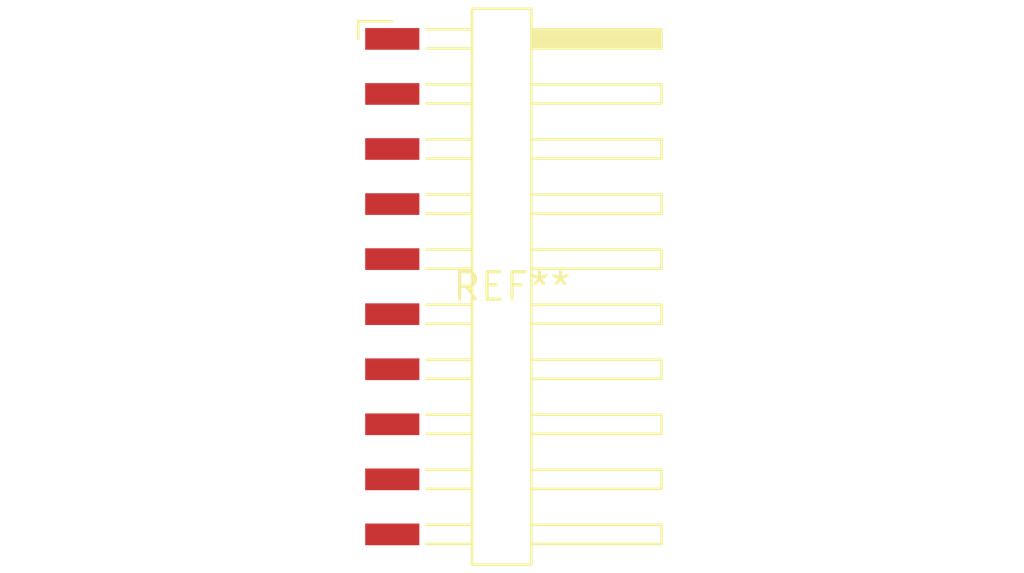
<source format=kicad_pcb>
(kicad_pcb (version 20240108) (generator pcbnew)
  (layers (0 "F.Cu" signal) (31 "B.Cu" signal) (34 "B.Paste" user) (35 "F.Paste" user) (36 "B.SilkS" user "B.Silkscreen") (37 "F.SilkS" user "F.Silkscreen") (38 "B.Mask" user) (39 "F.Mask" user) (44 "Edge.Cuts" user))
  (net 0 "")
  (footprint "Harwin_M20-89010xx_1x10_P2.54mm_Horizontal" (layer "F.Cu") (at 0 0)
    (property "Reference" "REF**")
    (property "Value" "Harwin_M20-89010xx_1x10_P2.54mm_Horizontal")
    (fp_line (start -7.095 -12.25) (end -5.525 -12.25) (layer "F.SilkS") (stroke (width 0.12)))
    (fp_line (start -7.095 -11.43) (end -7.095 -12.25) (layer "F.SilkS") (stroke (width 0.12)))
    (fp_line (start -3.955 -11.87) (end -1.845 -11.87) (layer "F.SilkS") (stroke (width 0.12)))
    (fp_line (start -3.955 -10.99) (end -1.845 -10.99) (layer "F.SilkS") (stroke (width 0.12)))
    (fp_line (start -3.955 -9.33) (end -1.845 -9.33) (layer "F.SilkS") (stroke (width 0.12)))
    (fp_line (start -3.955 -8.45) (end -1.845 -8.45) (layer "F.SilkS") (stroke (width 0.12)))
    (fp_line (start -3.955 -6.79) (end -1.845 -6.79) (layer "F.SilkS") (stroke (width 0.12)))
    (fp_line (start -3.955 -5.91) (end -1.845 -5.91) (layer "F.SilkS") (stroke (width 0.12)))
    (fp_line (start -3.955 -4.25) (end -1.845 -4.25) (layer "F.SilkS") (stroke (width 0.12)))
    (fp_line (start -3.955 -3.37) (end -1.845 -3.37) (layer "F.SilkS") (stroke (width 0.12)))
    (fp_line (start -3.955 -1.71) (end -1.845 -1.71) (layer "F.SilkS") (stroke (width 0.12)))
    (fp_line (start -3.955 -0.83) (end -1.845 -0.83) (layer "F.SilkS") (stroke (width 0.12)))
    (fp_line (start -3.955 0.83) (end -1.845 0.83) (layer "F.SilkS") (stroke (width 0.12)))
    (fp_line (start -3.955 1.71) (end -1.845 1.71) (layer "F.SilkS") (stroke (width 0.12)))
    (fp_line (start -3.955 3.37) (end -1.845 3.37) (layer "F.SilkS") (stroke (width 0.12)))
    (fp_line (start -3.955 4.25) (end -1.845 4.25) (layer "F.SilkS") (stroke (width 0.12)))
    (fp_line (start -3.955 5.91) (end -1.845 5.91) (layer "F.SilkS") (stroke (width 0.12)))
    (fp_line (start -3.955 6.79) (end -1.845 6.79) (layer "F.SilkS") (stroke (width 0.12)))
    (fp_line (start -3.955 8.45) (end -1.845 8.45) (layer "F.SilkS") (stroke (width 0.12)))
    (fp_line (start -3.955 9.33) (end -1.845 9.33) (layer "F.SilkS") (stroke (width 0.12)))
    (fp_line (start -3.955 10.99) (end -1.845 10.99) (layer "F.SilkS") (stroke (width 0.12)))
    (fp_line (start -3.955 11.87) (end -1.845 11.87) (layer "F.SilkS") (stroke (width 0.12)))
    (fp_line (start -1.845 -12.82) (end 0.895 -12.82) (layer "F.SilkS") (stroke (width 0.12)))
    (fp_line (start -1.845 12.82) (end -1.845 -12.82) (layer "F.SilkS") (stroke (width 0.12)))
    (fp_line (start 0.895 -12.82) (end 0.895 12.82) (layer "F.SilkS") (stroke (width 0.12)))
    (fp_line (start 0.895 -11.87) (end 6.895 -11.87) (layer "F.SilkS") (stroke (width 0.12)))
    (fp_line (start 0.895 -9.33) (end 6.895 -9.33) (layer "F.SilkS") (stroke (width 0.12)))
    (fp_line (start 0.895 -6.79) (end 6.895 -6.79) (layer "F.SilkS") (stroke (width 0.12)))
    (fp_line (start 0.895 -4.25) (end 6.895 -4.25) (layer "F.SilkS") (stroke (width 0.12)))
    (fp_line (start 0.895 -1.71) (end 6.895 -1.71) (layer "F.SilkS") (stroke (width 0.12)))
    (fp_line (start 0.895 0.83) (end 6.895 0.83) (layer "F.SilkS") (stroke (width 0.12)))
    (fp_line (start 0.895 3.37) (end 6.895 3.37) (layer "F.SilkS") (stroke (width 0.12)))
    (fp_line (start 0.895 5.91) (end 6.895 5.91) (layer "F.SilkS") (stroke (width 0.12)))
    (fp_line (start 0.895 8.45) (end 6.895 8.45) (layer "F.SilkS") (stroke (width 0.12)))
    (fp_line (start 0.895 10.99) (end 6.895 10.99) (layer "F.SilkS") (stroke (width 0.12)))
    (fp_line (start 0.895 12.82) (end -1.845 12.82) (layer "F.SilkS") (stroke (width 0.12)))
    (fp_line (start 6.895 -11.87) (end 6.895 -10.99) (layer "F.SilkS") (stroke (width 0.12)))
    (fp_line (start 6.895 -10.99) (end 0.895 -10.99) (layer "F.SilkS") (stroke (width 0.12)))
    (fp_line (start 6.895 -9.33) (end 6.895 -8.45) (layer "F.SilkS") (stroke (width 0.12)))
    (fp_line (start 6.895 -8.45) (end 0.895 -8.45) (layer "F.SilkS") (stroke (width 0.12)))
    (fp_line (start 6.895 -6.79) (end 6.895 -5.91) (layer "F.SilkS") (stroke (width 0.12)))
    (fp_line (start 6.895 -5.91) (end 0.895 -5.91) (layer "F.SilkS") (stroke (width 0.12)))
    (fp_line (start 6.895 -4.25) (end 6.895 -3.37) (layer "F.SilkS") (stroke (width 0.12)))
    (fp_line (start 6.895 -3.37) (end 0.895 -3.37) (layer "F.SilkS") (stroke (width 0.12)))
    (fp_line (start 6.895 -1.71) (end 6.895 -0.83) (layer "F.SilkS") (stroke (width 0.12)))
    (fp_line (start 6.895 -0.83) (end 0.895 -0.83) (layer "F.SilkS") (stroke (width 0.12)))
    (fp_line (start 6.895 0.83) (end 6.895 1.71) (layer "F.SilkS") (stroke (width 0.12)))
    (fp_line (start 6.895 1.71) (end 0.895 1.71) (layer "F.SilkS") (stroke (width 0.12)))
    (fp_line (start 6.895 3.37) (end 6.895 4.25) (layer "F.SilkS") (stroke (width 0.12)))
    (fp_line (start 6.895 4.25) (end 0.895 4.25) (layer "F.SilkS") (stroke (width 0.12)))
    (fp_line (start 6.895 5.91) (end 6.895 6.79) (layer "F.SilkS") (stroke (width 0.12)))
    (fp_line (start 6.895 6.79) (end 0.895 6.79) (layer "F.SilkS") (stroke (width 0.12)))
    (fp_line (start 6.895 8.45) (end 6.895 9.33) (layer "F.SilkS") (stroke (width 0.12)))
    (fp_line (start 6.895 9.33) (end 0.895 9.33) (layer "F.SilkS") (stroke (width 0.12)))
    (fp_line (start 6.895 10.99) (end 6.895 11.87) (layer "F.SilkS") (stroke (width 0.12)))
    (fp_line (start 6.895 11.87) (end 0.895 11.87) (layer "F.SilkS") (stroke (width 0.12)))
    (pad "" smd rect (at 3.895 -11.43) (size 6 0.76) (layers "F.SilkS"))
    (pad "1" smd rect (at -5.525 -11.43) (size 2.5 1) (layers "F.Cu" "F.Paste" "F.Mask"))
    (pad "2" smd rect (at -5.525 -8.89) (size 2.5 1) (layers "F.Cu" "F.Paste" "F.Mask"))
    (pad "3" smd rect (at -5.525 -6.35) (size 2.5 1) (layers "F.Cu" "F.Paste" "F.Mask"))
    (pad "4" smd rect (at -5.525 -3.81) (size 2.5 1) (layers "F.Cu" "F.Paste" "F.Mask"))
    (pad "5" smd rect (at -5.525 -1.27) (size 2.5 1) (layers "F.Cu" "F.Paste" "F.Mask"))
    (pad "6" smd rect (at -5.525 1.27) (size 2.5 1) (layers "F.Cu" "F.Paste" "F.Mask"))
    (pad "7" smd rect (at -5.525 3.81) (size 2.5 1) (layers "F.Cu" "F.Paste" "F.Mask"))
    (pad "8" smd rect (at -5.525 6.35) (size 2.5 1) (layers "F.Cu" "F.Paste" "F.Mask"))
    (pad "9" smd rect (at -5.525 8.89) (size 2.5 1) (layers "F.Cu" "F.Paste" "F.Mask"))
    (pad "10" smd rect (at -5.525 11.43) (size 2.5 1) (layers "F.Cu" "F.Paste" "F.Mask"))
  )
)
</source>
